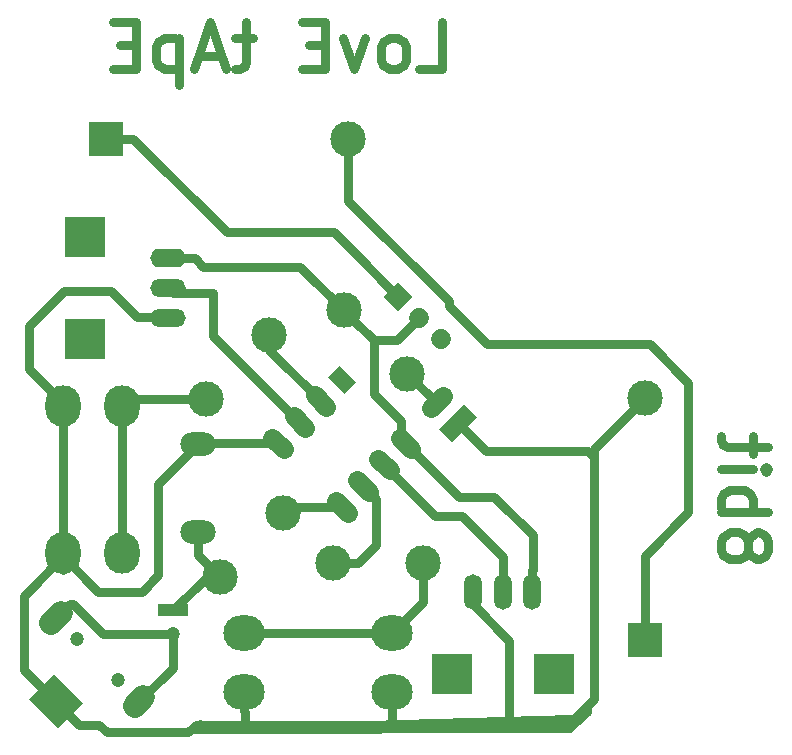
<source format=gbr>
G04 #@! TF.FileFunction,Copper,L2,Bot,Signal*
%FSLAX46Y46*%
G04 Gerber Fmt 4.6, Leading zero omitted, Abs format (unit mm)*
G04 Created by KiCad (PCBNEW 4.0.7+dfsg1-1) date Thu Mar 15 11:48:22 2018*
%MOMM*%
%LPD*%
G01*
G04 APERTURE LIST*
%ADD10C,1.000000*%
%ADD11C,0.800000*%
%ADD12O,3.000000X2.000000*%
%ADD13O,3.000000X3.500000*%
%ADD14O,3.500000X3.000000*%
%ADD15C,3.000000*%
%ADD16C,1.600000*%
%ADD17C,2.000000*%
%ADD18C,1.200000*%
%ADD19O,3.000000X1.524000*%
%ADD20O,3.000000X1.600000*%
%ADD21R,3.500000X3.500000*%
%ADD22O,1.524000X3.000000*%
%ADD23R,2.500000X1.100000*%
%ADD24C,1.700000*%
%ADD25R,3.000000X3.000000*%
%ADD26C,0.254000*%
G04 APERTURE END LIST*
D10*
D11*
X34404762Y56800476D02*
X36309524Y56800476D01*
X36309524Y60800476D01*
X32500000Y56800476D02*
X32880953Y56990952D01*
X33071429Y57181429D01*
X33261905Y57562381D01*
X33261905Y58705238D01*
X33071429Y59086190D01*
X32880953Y59276667D01*
X32500000Y59467143D01*
X31928572Y59467143D01*
X31547620Y59276667D01*
X31357143Y59086190D01*
X31166667Y58705238D01*
X31166667Y57562381D01*
X31357143Y57181429D01*
X31547620Y56990952D01*
X31928572Y56800476D01*
X32500000Y56800476D01*
X29833333Y59467143D02*
X28880952Y56800476D01*
X27928572Y59467143D01*
X26404762Y58895714D02*
X25071429Y58895714D01*
X24500000Y56800476D02*
X26404762Y56800476D01*
X26404762Y60800476D01*
X24500000Y60800476D01*
X20309524Y59467143D02*
X18785714Y59467143D01*
X19738095Y60800476D02*
X19738095Y57371905D01*
X19547619Y56990952D01*
X19166666Y56800476D01*
X18785714Y56800476D01*
X17642857Y57943333D02*
X15738095Y57943333D01*
X18023810Y56800476D02*
X16690476Y60800476D01*
X15357143Y56800476D01*
X14023810Y59467143D02*
X14023810Y55467143D01*
X14023810Y59276667D02*
X13642858Y59467143D01*
X12880953Y59467143D01*
X12500001Y59276667D01*
X12309524Y59086190D01*
X12119048Y58705238D01*
X12119048Y57562381D01*
X12309524Y57181429D01*
X12500001Y56990952D01*
X12880953Y56800476D01*
X13642858Y56800476D01*
X14023810Y56990952D01*
X10404762Y58895714D02*
X9071429Y58895714D01*
X8500000Y56800476D02*
X10404762Y56800476D01*
X10404762Y60800476D01*
X8500000Y60800476D01*
X62236190Y16084286D02*
X62426667Y15703333D01*
X62617143Y15512857D01*
X62998095Y15322381D01*
X63188571Y15322381D01*
X63569524Y15512857D01*
X63760000Y15703333D01*
X63950476Y16084286D01*
X63950476Y16846190D01*
X63760000Y17227143D01*
X63569524Y17417619D01*
X63188571Y17608095D01*
X62998095Y17608095D01*
X62617143Y17417619D01*
X62426667Y17227143D01*
X62236190Y16846190D01*
X62236190Y16084286D01*
X62045714Y15703333D01*
X61855238Y15512857D01*
X61474286Y15322381D01*
X60712381Y15322381D01*
X60331429Y15512857D01*
X60140952Y15703333D01*
X59950476Y16084286D01*
X59950476Y16846190D01*
X60140952Y17227143D01*
X60331429Y17417619D01*
X60712381Y17608095D01*
X61474286Y17608095D01*
X61855238Y17417619D01*
X62045714Y17227143D01*
X62236190Y16846190D01*
X59950476Y19322381D02*
X63950476Y19322381D01*
X62426667Y19322381D02*
X62617143Y19703333D01*
X62617143Y20465238D01*
X62426667Y20846190D01*
X62236190Y21036667D01*
X61855238Y21227143D01*
X60712381Y21227143D01*
X60331429Y21036667D01*
X60140952Y20846190D01*
X59950476Y20465238D01*
X59950476Y19703333D01*
X60140952Y19322381D01*
X59950476Y22941429D02*
X62617143Y22941429D01*
X63950476Y22941429D02*
X63760000Y22750953D01*
X63569524Y22941429D01*
X63760000Y23131905D01*
X63950476Y22941429D01*
X63569524Y22941429D01*
X62617143Y24274762D02*
X62617143Y25798572D01*
X63950476Y24846191D02*
X60521905Y24846191D01*
X60140952Y25036667D01*
X59950476Y25417620D01*
X59950476Y25798572D01*
D12*
X15640000Y17600000D03*
X15640000Y25100000D03*
D13*
X4240000Y28320000D03*
X9240000Y28320000D03*
X4240000Y15820000D03*
X9240000Y15820000D03*
D14*
X19600000Y4130000D03*
X19600000Y9130000D03*
X32100000Y4130000D03*
X32100000Y9130000D03*
D15*
X21708154Y34288154D03*
X16320000Y28900000D03*
D10*
G36*
X26642625Y30745990D02*
X27632575Y31735940D01*
X29046789Y30321726D01*
X28056839Y29331776D01*
X26642625Y30745990D01*
X26642625Y30745990D01*
G37*
D16*
X27349732Y20252526D02*
X28339682Y19262576D01*
X25553681Y29232782D02*
X26543631Y28242832D01*
X29145783Y22048577D02*
X30135733Y21058627D01*
X23757630Y27436731D02*
X24747580Y26446781D01*
X30941834Y23844628D02*
X31931784Y22854678D01*
X21961578Y25640679D02*
X22951528Y24650729D01*
X32737886Y25640679D02*
X33727836Y24650729D01*
D10*
G36*
X5920154Y3122157D02*
X3798834Y1000837D01*
X1323960Y3475711D01*
X3445280Y5597031D01*
X5920154Y3122157D01*
X5920154Y3122157D01*
G37*
D17*
X3202035Y9949980D02*
X4050563Y10798508D01*
X10343814Y2949623D02*
X11050920Y3656729D01*
D18*
X5394066Y8606477D03*
X8929600Y5070943D03*
D15*
X27100000Y15030000D03*
X34720000Y15030000D03*
X33402566Y31014691D03*
X28014412Y36402845D03*
D10*
G36*
X39328121Y27337736D02*
X37206800Y25216415D01*
X36075429Y26347786D01*
X38196750Y28469107D01*
X39328121Y27337736D01*
X39328121Y27337736D01*
G37*
D16*
X35410749Y28143837D02*
X36400699Y29133787D01*
D19*
X13120000Y35800000D03*
X13120000Y38300000D03*
D20*
X13120000Y40800000D03*
D21*
X6120000Y33950000D03*
X6120000Y42650000D03*
D22*
X43980000Y12590000D03*
X41480000Y12590000D03*
X38980000Y12590000D03*
D21*
X45830000Y5590000D03*
X37130000Y5590000D03*
D23*
X13560000Y11010001D03*
D18*
X13560000Y9010001D03*
D15*
X22888154Y19258154D03*
X17500000Y13870000D03*
D10*
G36*
X32607898Y36370020D02*
X31405816Y37572102D01*
X32607898Y38774184D01*
X33809980Y37572102D01*
X32607898Y36370020D01*
X32607898Y36370020D01*
G37*
D24*
X34403949Y35776051D02*
X34403949Y35776051D01*
X36200000Y33980000D02*
X36200000Y33980000D01*
D15*
X28370000Y50940000D03*
D25*
X7880000Y50940000D03*
D15*
X53510000Y28990000D03*
D25*
X53510000Y8500000D03*
D11*
X28370000Y50940000D02*
X28370000Y45700000D01*
X28370000Y45700000D02*
X36890000Y37180000D01*
X40124838Y33520000D02*
X53930000Y33520000D01*
X36890000Y37180000D02*
X36890000Y36754838D01*
X57170000Y30280000D02*
X57170000Y19300000D01*
X57170000Y19300000D02*
X53510000Y15640000D01*
X36890000Y36754838D02*
X40124838Y33520000D01*
X53930000Y33520000D02*
X57170000Y30280000D01*
X53510000Y15640000D02*
X53510000Y8500000D01*
X30538785Y33878472D02*
X30538785Y30668224D01*
X30538785Y30668224D02*
X30570000Y30637009D01*
X30570000Y30637009D02*
X30570000Y29360000D01*
X30570000Y29360000D02*
X32860000Y27070000D01*
X32860000Y27070000D02*
X32860000Y25518565D01*
X40730000Y20630000D02*
X37748565Y20630000D01*
X37748565Y20630000D02*
X33232861Y25145704D01*
X43990000Y17370000D02*
X40730000Y20630000D01*
X43990000Y14408565D02*
X43990000Y17370000D01*
X43980000Y12590000D02*
X43980000Y14398565D01*
X43980000Y14398565D02*
X43990000Y14408565D01*
X24301300Y40115956D02*
X28014412Y36402844D01*
X16129804Y40115956D02*
X24301300Y40115956D01*
X15429814Y40815946D02*
X16129804Y40115956D01*
X13129814Y40815946D02*
X15429814Y40815946D01*
X30538785Y33878472D02*
X32518472Y33878472D01*
X32518472Y33878472D02*
X34330000Y35690000D01*
X28814412Y35602845D02*
X28014412Y36402844D01*
X30538785Y33878472D02*
X28814412Y35602845D01*
X27441656Y35830088D02*
X28014412Y36402844D01*
X15820000Y1350000D02*
X15810000Y1340000D01*
X5580990Y1340000D02*
X932571Y5988419D01*
X15810000Y1340000D02*
X15480000Y1340000D01*
X15480000Y1340000D02*
X14822707Y682707D01*
X14822707Y682707D02*
X7967293Y682707D01*
X7967293Y682707D02*
X7310000Y1340000D01*
X7310000Y1340000D02*
X5580990Y1340000D01*
X899764Y8928833D02*
X899764Y10758995D01*
X932571Y5988419D02*
X932571Y8896026D01*
X932571Y8896026D02*
X899764Y8928833D01*
X15640000Y25100000D02*
X12280000Y21740000D01*
X12280000Y21740000D02*
X12280000Y13990000D01*
X12280000Y13990000D02*
X10890000Y12600000D01*
X10890000Y12600000D02*
X7210000Y12600000D01*
X7210000Y12600000D02*
X4240000Y15570000D01*
X22456553Y25145704D02*
X15685704Y25145704D01*
X15685704Y25145704D02*
X15640000Y25100000D01*
X4240000Y15570000D02*
X4240000Y15820000D01*
X13129814Y35815946D02*
X10524054Y35815946D01*
X4333406Y38078688D02*
X1335273Y35080555D01*
X10524054Y35815946D02*
X8261312Y38078688D01*
X8261312Y38078688D02*
X4333406Y38078688D01*
X1335273Y35080555D02*
X1335273Y31474727D01*
X1335273Y31474727D02*
X4240000Y28570000D01*
X4240000Y28570000D02*
X4240000Y28320000D01*
X42040000Y1322453D02*
X47022455Y1322453D01*
X47022455Y1322453D02*
X49230000Y3529998D01*
X49230000Y3529998D02*
X49230000Y23590000D01*
X49230000Y23590000D02*
X49200000Y23620000D01*
X49200000Y23620000D02*
X49200000Y23960000D01*
X49200000Y23960000D02*
X48660000Y24500000D01*
X48660000Y24500000D02*
X40044536Y24500000D01*
X40044536Y24500000D02*
X37701775Y26842761D01*
X49220000Y23480000D02*
X49220000Y24700000D01*
X49220000Y24700000D02*
X53510000Y28990000D01*
X4240000Y15570000D02*
X899764Y12229764D01*
X899764Y12229764D02*
X899764Y10758995D01*
X4240000Y15820000D02*
X4240000Y28320000D01*
X4240000Y15820000D02*
X4240000Y14420000D01*
X22456553Y25145705D02*
X22414126Y25145705D01*
X42040000Y1322453D02*
X32080000Y1322453D01*
X38980000Y12590000D02*
X38980000Y11512370D01*
X38980000Y11512370D02*
X42040000Y8452370D01*
X42040000Y8452370D02*
X42040000Y1322453D01*
X32080000Y1322453D02*
X19630000Y1322453D01*
X32100000Y4130000D02*
X32100000Y2466400D01*
X32080000Y2446400D02*
X32080000Y1322453D01*
X32100000Y2466400D02*
X32080000Y2446400D01*
X19630000Y1322453D02*
X15702453Y1322453D01*
X19600000Y4130000D02*
X19600000Y2466400D01*
X19630000Y2436400D02*
X19630000Y1322453D01*
X19600000Y2466400D02*
X19630000Y2436400D01*
X899764Y10758995D02*
X932571Y10791802D01*
X15702453Y1322453D02*
X15690000Y1310000D01*
X22456553Y25145704D02*
X22456553Y25303447D01*
X33402566Y31014691D02*
X35778445Y28638812D01*
X35778445Y28638812D02*
X35905724Y28638812D01*
X9240000Y28320000D02*
X9240000Y15820000D01*
X16320000Y28900000D02*
X9820000Y28900000D01*
X9820000Y28900000D02*
X9240000Y28320000D01*
X19600000Y9130000D02*
X32100000Y9130000D01*
X34720000Y15030000D02*
X34720000Y11750000D01*
X34720000Y11750000D02*
X32100000Y9130000D01*
X32607898Y37572102D02*
X28500000Y41680000D01*
X28500000Y41680000D02*
X28500000Y41690000D01*
X28500000Y41690000D02*
X27160000Y43030000D01*
X27160000Y43030000D02*
X18090000Y43030000D01*
X18090000Y43030000D02*
X10180000Y50940000D01*
X10180000Y50940000D02*
X7880000Y50940000D01*
X27100000Y15030000D02*
X29221320Y15030000D01*
X30772128Y16580808D02*
X30772128Y20422232D01*
X29221320Y15030000D02*
X30772128Y16580808D01*
X30772128Y20422232D02*
X29640758Y21553602D01*
X13129814Y38315946D02*
X13576545Y37869216D01*
X13576545Y37869216D02*
X15160784Y37869216D01*
X15160784Y37869216D02*
X15161568Y37870000D01*
X15161568Y37870000D02*
X16930000Y37870000D01*
X16930000Y37870000D02*
X16930000Y34270000D01*
X16930000Y34270000D02*
X24258244Y26941756D01*
X24258244Y26941756D02*
X24252604Y26941756D01*
X37980010Y19029990D02*
X41480000Y15530000D01*
X41480000Y15530000D02*
X41480000Y12590000D01*
X31436809Y23349653D02*
X35756472Y19029990D01*
X35756472Y19029990D02*
X37980010Y19029990D01*
X31797977Y23349653D02*
X31436809Y23349653D01*
X21708154Y34288154D02*
X21708154Y33078309D01*
X21708154Y33078309D02*
X26048656Y28737807D01*
X25248656Y29537806D02*
X26048655Y28737807D01*
X27844707Y30533858D02*
X27844707Y30655293D01*
X27844707Y30576285D02*
X27844707Y30533858D01*
X15640000Y17600000D02*
X15640000Y15730000D01*
X15640000Y15730000D02*
X17500000Y13870000D01*
X17500000Y13870000D02*
X16419999Y13870000D01*
X16419999Y13870000D02*
X13560000Y11010001D01*
X13560000Y9010001D02*
X13560000Y6165809D01*
X13560000Y6165809D02*
X10697367Y3303176D01*
X13560000Y9010001D02*
X7654544Y9010001D01*
X7654544Y9010001D02*
X5088220Y11576325D01*
X5088220Y11576325D02*
X4828380Y11576325D01*
X4828380Y11576325D02*
X3626299Y10374244D01*
X3626299Y10374244D02*
X4182055Y10930000D01*
X27844707Y19757551D02*
X23387551Y19757551D01*
X23387551Y19757551D02*
X22888154Y19258154D01*
D26*
G36*
X48856203Y2339786D02*
X47147281Y778548D01*
X15000511Y744206D01*
X15771288Y1123842D01*
X47263625Y2023052D01*
X47312729Y2034464D01*
X47341122Y2052285D01*
X48751405Y3223086D01*
X48856203Y2339786D01*
X48856203Y2339786D01*
G37*
X48856203Y2339786D02*
X47147281Y778548D01*
X15000511Y744206D01*
X15771288Y1123842D01*
X47263625Y2023052D01*
X47312729Y2034464D01*
X47341122Y2052285D01*
X48751405Y3223086D01*
X48856203Y2339786D01*
M02*

</source>
